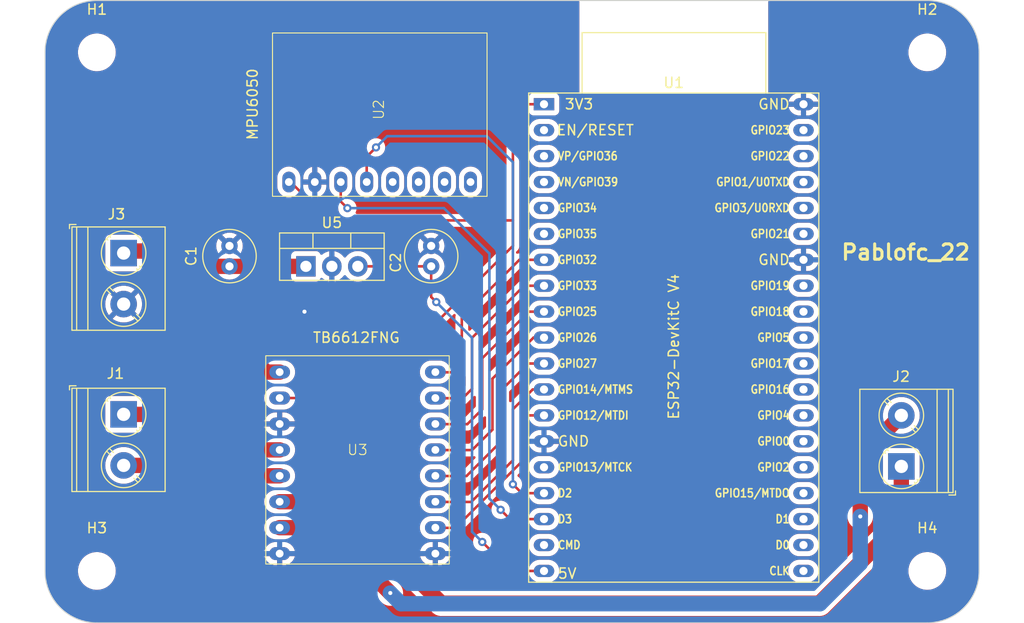
<source format=kicad_pcb>
(kicad_pcb (version 20221018) (generator pcbnew)
  (layers (0 "F.Cu" signal) (31 "B.Cu" signal) (34 "B.Paste" user) (35 "F.Paste" user) (36 "B.SilkS" user "B.Silkscreen") (37 "F.SilkS" user "F.Silkscreen") (38 "B.Mask" user) (39 "F.Mask" user) (44 "Edge.Cuts" user))
  (net 0 "")
  (net 1 "+6V")
  (net 2 "GND")
  (net 3 "Net-(U1-5V)")
  (net 4 "Net-(J1-Pin_1)")
  (net 5 "Net-(J1-Pin_2)")
  (net 6 "Net-(J2-Pin_1)")
  (net 7 "Net-(J2-Pin_2)")
  (net 8 "Net-(U1-3V3)")
  (net 14 "Net-(U1-32)")
  (net 15 "Net-(U1-33)")
  (net 16 "Net-(U1-25)")
  (net 17 "Net-(U1-26)")
  (net 18 "Net-(U1-27)")
  (net 19 "Net-(U1-14)")
  (net 20 "Net-(U1-12)")
  (net 22 "Net-(U1-D2)")
  (net 23 "Net-(U1-D3)")
  (footprint "Package_TO_SOT_THT:TO-220-3_Vertical" (layer "F.Cu") (at 101.74 87)
    (fp_text reference "U5" (at 2.54 -4.27) (layer "F.SilkS"))
    (fp_text value "L7805")
    (fp_line (start -2.58 -3.27) (end -2.58 1.371) (stroke (width 0.12)) (layer "F.SilkS"))
    (fp_line (start -2.58 -3.27) (end 7.66 -3.27) (stroke (width 0.12)) (layer "F.SilkS"))
    (fp_line (start -2.58 -1.76) (end 7.66 -1.76) (stroke (width 0.12)) (layer "F.SilkS"))
    (fp_line (start -2.58 1.371) (end 7.66 1.371) (stroke (width 0.12)) (layer "F.SilkS"))
    (fp_line (start 0.69 -3.27) (end 0.69 -1.76) (stroke (width 0.12)) (layer "F.SilkS"))
    (fp_line (start 4.391 -3.27) (end 4.391 -1.76) (stroke (width 0.12)) (layer "F.SilkS"))
    (fp_line (start 7.66 -3.27) (end 7.66 1.371) (stroke (width 0.12)) (layer "F.SilkS"))
    (pad "1" thru_hole rect (at 0 0) (size 1.905 2) (drill 1.1) (layers "*.Cu" "*.Mask") (net 1 "+6V"))
    (pad "2" thru_hole oval (at 2.54 0) (size 1.905 2) (drill 1.1) (layers "*.Cu" "*.Mask") (net 2 "GND"))
    (pad "3" thru_hole oval (at 5.08 0) (size 1.905 2) (drill 1.1) (layers "*.Cu" "*.Mask") (net 3 "Net-(U1-5V)"))
  )
  (footprint "MountingHole:MountingHole_3.2mm_M3" (layer "F.Cu") (at 162.56 116.84)
    (fp_text reference "H4" (at 0 -4.2) (layer "F.SilkS"))
    (fp_text value "MountingHole_3.2mm_M3")
    (pad "" np_thru_hole circle (at 0 0) (size 3.2 3.2) (drill 3.2) (layers "F&B.Cu" "*.Mask"))
  )
  (footprint "TerminalBlock_Phoenix:TerminalBlock_Phoenix_PT-1,5-2-5.0-H_1x02_P5.00mm_Horizontal" (layer "F.Cu") (at 83.9 85.7 -90)
    (fp_text reference "J3" (at -3.8 0.7 -180) (layer "F.SilkS"))
    (fp_text value "TerminalBlock_Phoenix_PT-1,5-2-5.0-H_1x02_P5.00mm_Horizontal")
    (fp_line (start -2.8 4.66) (end -2.8 5.3) (stroke (width 0.12)) (layer "F.SilkS"))
    (fp_line (start -2.8 5.3) (end -2.4 5.3) (stroke (width 0.12)) (layer "F.SilkS"))
    (fp_line (start -2.56 -4.06) (end -2.56 5.06) (stroke (width 0.12)) (layer "F.SilkS"))
    (fp_line (start -2.56 -4.06) (end 7.56 -4.06) (stroke (width 0.12)) (layer "F.SilkS"))
    (fp_line (start -2.56 3.5) (end 7.56 3.5) (stroke (width 0.12)) (layer "F.SilkS"))
    (fp_line (start -2.56 4.6) (end 7.56 4.6) (stroke (width 0.12)) (layer "F.SilkS"))
    (fp_line (start -2.56 5.06) (end 7.56 5.06) (stroke (width 0.12)) (layer "F.SilkS"))
    (fp_line (start -1.548 1.281) (end -1.654 1.388) (stroke (width 0.12)) (layer "F.SilkS"))
    (fp_line (start -1.282 1.547) (end -1.388 1.654) (stroke (width 0.12)) (layer "F.SilkS"))
    (fp_line (start 1.388 -1.654) (end 1.281 -1.547) (stroke (width 0.12)) (layer "F.SilkS"))
    (fp_line (start 1.654 -1.388) (end 1.547 -1.281) (stroke (width 0.12)) (layer "F.SilkS"))
    (fp_line (start 3.742 0.992) (end 3.347 1.388) (stroke (width 0.12)) (layer "F.SilkS"))
    (fp_line (start 3.993 1.274) (end 3.613 1.654) (stroke (width 0.12)) (layer "F.SilkS"))
    (fp_line (start 6.388 -1.654) (end 6.008 -1.274) (stroke (width 0.12)) (layer "F.SilkS"))
    (fp_line (start 6.654 -1.388) (end 6.259 -0.992) (stroke (width 0.12)) (layer "F.SilkS"))
    (fp_line (start 7.56 -4.06) (end 7.56 5.06) (stroke (width 0.12)) (layer "F.SilkS"))
    (fp_circle (center 0 0) (end 2.18 0) (stroke (width 0.12)) (fill none) (layer "F.SilkS"))
    (fp_circle (center 5 0) (end 7.18 0) (stroke (width 0.12)) (fill none) (layer "F.SilkS"))
    (pad "1" thru_hole rect (at 0 0 270) (size 2.6 2.6) (drill 1.3) (layers "*.Cu" "*.Mask") (net 1 "+6V"))
    (pad "2" thru_hole circle (at 5 0 270) (size 2.6 2.6) (drill 1.3) (layers "*.Cu" "*.Mask") (net 2 "GND"))
  )
  (footprint "TerminalBlock_Phoenix:TerminalBlock_Phoenix_PT-1,5-2-5.0-H_1x02_P5.00mm_Horizontal" (layer "F.Cu") (at 160.02 106.6 90)
    (fp_text reference "J2" (at 8.8 -0.02 180) (layer "F.SilkS"))
    (fp_text value "Conn_01x02")
    (fp_line (start -2.8 4.66) (end -2.8 5.3) (stroke (width 0.12)) (layer "F.SilkS"))
    (fp_line (start -2.8 5.3) (end -2.4 5.3) (stroke (width 0.12)) (layer "F.SilkS"))
    (fp_line (start -2.56 -4.06) (end -2.56 5.06) (stroke (width 0.12)) (layer "F.SilkS"))
    (fp_line (start -2.56 -4.06) (end 7.56 -4.06) (stroke (width 0.12)) (layer "F.SilkS"))
    (fp_line (start -2.56 3.5) (end 7.56 3.5) (stroke (width 0.12)) (layer "F.SilkS"))
    (fp_line (start -2.56 4.6) (end 7.56 4.6) (stroke (width 0.12)) (layer "F.SilkS"))
    (fp_line (start -2.56 5.06) (end 7.56 5.06) (stroke (width 0.12)) (layer "F.SilkS"))
    (fp_line (start -1.548 1.281) (end -1.654 1.388) (stroke (width 0.12)) (layer "F.SilkS"))
    (fp_line (start -1.282 1.547) (end -1.388 1.654) (stroke (width 0.12)) (layer "F.SilkS"))
    (fp_line (start 1.388 -1.654) (end 1.281 -1.547) (stroke (width 0.12)) (layer "F.SilkS"))
    (fp_line (start 1.654 -1.388) (end 1.547 -1.281) (stroke (width 0.12)) (layer "F.SilkS"))
    (fp_line (start 3.742 0.992) (end 3.347 1.388) (stroke (width 0.12)) (layer "F.SilkS"))
    (fp_line (start 3.993 1.274) (end 3.613 1.654) (stroke (width 0.12)) (layer "F.SilkS"))
    (fp_line (start 6.388 -1.654) (end 6.008 -1.274) (stroke (width 0.12)) (layer "F.SilkS"))
    (fp_line (start 6.654 -1.388) (end 6.259 -0.992) (stroke (width 0.12)) (layer "F.SilkS"))
    (fp_line (start 7.56 -4.06) (end 7.56 5.06) (stroke (width 0.12)) (layer "F.SilkS"))
    (fp_circle (center 0 0) (end 2.18 0) (stroke (width 0.12)) (fill none) (layer "F.SilkS"))
    (fp_circle (center 5 0) (end 7.18 0) (stroke (width 0.12)) (fill none) (layer "F.SilkS"))
    (pad "1" thru_hole rect (at 0 0 90) (size 2.6 2.6) (drill 1.3) (layers "*.Cu" "*.Mask") (net 6 "Net-(J2-Pin_1)"))
    (pad "2" thru_hole circle (at 5 0 90) (size 2.6 2.6) (drill 1.3) (layers "*.Cu" "*.Mask") (net 7 "Net-(J2-Pin_2)"))
  )
  (footprint "pendulo_invertido:MPU6050" (layer "F.Cu") (at 100.07 78.74 90)
    (fp_text reference "U2" (at 7.1 8.8 90 unlocked) (layer "F.SilkS") (effects (font (thickness 0.1))))
    (fp_text value "MPU6050" (at 7.62 -3.55 90 unlocked) (layer "F.SilkS"))
    (fp_rect (start -1.4 -1.6) (end 14.6 19.4) (stroke (width 0.1)) (fill none) (layer "F.SilkS"))
    (pad "1" thru_hole oval (at 0 0 90) (size 2.032 1.27) (drill 0.762) (layers "*.Cu" "*.Mask") (net 8 "Net-(U1-3V3)"))
    (pad "2" thru_hole oval (at 0 2.54 90) (size 2.032 1.27) (drill 0.762) (layers "*.Cu" "*.Mask") (net 2 "GND"))
    (pad "3" thru_hole oval (at 0 5.08 90) (size 2.032 1.27) (drill 0.762) (layers "*.Cu" "*.Mask") (net 23 "Net-(U1-D3)"))
    (pad "4" thru_hole oval (at 0 7.62 90) (size 2.032 1.27) (drill 0.762) (layers "*.Cu" "*.Mask") (net 22 "Net-(U1-D2)"))
    (pad "5" thru_hole oval (at 0 10.16 90) (size 2.032 1.27) (drill 0.762) (layers "*.Cu" "*.Mask"))
    (pad "6" thru_hole oval (at 0 12.7 90) (size 2.032 1.27) (drill 0.762) (layers "*.Cu" "*.Mask"))
    (pad "7" thru_hole oval (at 0 15.24 90) (size 2.032 1.27) (drill 0.762) (layers "*.Cu" "*.Mask"))
    (pad "8" thru_hole oval (at 0 17.78 90) (size 2.032 1.27) (drill 0.762) (layers "*.Cu" "*.Mask"))
  )
  (footprint "pendulo_invertido:TB6612FNG" (layer "F.Cu") (at 99.17 97.36)
    (fp_text reference "U3" (at 7.62 7.62 unlocked) (layer "F.SilkS") (effects (font (thickness 0.1))))
    (fp_text value "TB6612FNG" (at 7.51 -3.38 unlocked) (layer "F.SilkS"))
    (fp_rect (start -1.36 -1.6) (end 16.6 18.8) (stroke (width 0.1)) (fill none) (layer "F.SilkS"))
    (pad "1" thru_hole oval (at 0 0) (size 2.032 1.27) (drill 0.762) (layers "*.Cu" "*.Mask") (net 1 "+6V"))
    (pad "2" thru_hole oval (at 0 2.54) (size 2.032 1.27) (drill 0.762) (layers "*.Cu" "*.Mask") (net 8 "Net-(U1-3V3)"))
    (pad "3" thru_hole oval (at 0 5.08) (size 2.032 1.27) (drill 0.762) (layers "*.Cu" "*.Mask") (net 2 "GND"))
    (pad "4" thru_hole oval (at 0 7.62) (size 2.032 1.27) (drill 0.762) (layers "*.Cu" "*.Mask") (net 4 "Net-(J1-Pin_1)"))
    (pad "5" thru_hole oval (at 0 10.16) (size 2.032 1.27) (drill 0.762) (layers "*.Cu" "*.Mask") (net 5 "Net-(J1-Pin_2)"))
    (pad "6" thru_hole oval (at 0 12.7) (size 2.032 1.27) (drill 0.762) (layers "*.Cu" "*.Mask") (net 6 "Net-(J2-Pin_1)"))
    (pad "7" thru_hole oval (at 0 15.24) (size 2.032 1.27) (drill 0.762) (layers "*.Cu" "*.Mask") (net 7 "Net-(J2-Pin_2)"))
    (pad "8" thru_hole oval (at 0 17.78) (size 2.032 1.27) (drill 0.762) (layers "*.Cu" "*.Mask") (net 2 "GND"))
    (pad "9" thru_hole oval (at 15.24 17.78) (size 2.032 1.27) (drill 0.762) (layers "*.Cu" "*.Mask") (net 2 "GND"))
    (pad "10" thru_hole oval (at 15.24 15.24) (size 2.032 1.27) (drill 0.762) (layers "*.Cu" "*.Mask") (net 20 "Net-(U1-12)"))
    (pad "11" thru_hole oval (at 15.24 12.7) (size 2.032 1.27) (drill 0.762) (layers "*.Cu" "*.Mask") (net 19 "Net-(U1-14)"))
    (pad "12" thru_hole oval (at 15.24 10.16) (size 2.032 1.27) (drill 0.762) (layers "*.Cu" "*.Mask") (net 18 "Net-(U1-27)"))
    (pad "13" thru_hole oval (at 15.24 7.62) (size 2.032 1.27) (drill 0.762) (layers "*.Cu" "*.Mask") (net 17 "Net-(U1-26)"))
    (pad "14" thru_hole oval (at 15.24 5.08) (size 2.032 1.27) (drill 0.762) (layers "*.Cu" "*.Mask") (net 16 "Net-(U1-25)"))
    (pad "15" thru_hole oval (at 15.24 2.54) (size 2.032 1.27) (drill 0.762) (layers "*.Cu" "*.Mask") (net 15 "Net-(U1-33)"))
    (pad "16" thru_hole oval (at 15.24 0) (size 2.032 1.27) (drill 0.762) (layers "*.Cu" "*.Mask") (net 14 "Net-(U1-32)"))
  )
  (footprint "MountingHole:MountingHole_3.2mm_M3" (layer "F.Cu") (at 81.28 66.04)
    (fp_text reference "H1" (at 0 -4.2) (layer "F.SilkS"))
    (fp_text value "MountingHole_3.2mm_M3")
    (pad "" np_thru_hole circle (at 0 0) (size 3.2 3.2) (drill 3.2) (layers "*.Cu" "*.Mask"))
  )
  (footprint "TerminalBlock_Phoenix:TerminalBlock_Phoenix_PT-1,5-2-5.0-H_1x02_P5.00mm_Horizontal" (layer "F.Cu") (at 83.9 101.5 -90)
    (fp_text reference "J1" (at -4 0.8 -180) (layer "F.SilkS"))
    (fp_text value "Conn_01x02")
    (fp_line (start -2.8 4.66) (end -2.8 5.3) (stroke (width 0.12)) (layer "F.SilkS"))
    (fp_line (start -2.8 5.3) (end -2.4 5.3) (stroke (width 0.12)) (layer "F.SilkS"))
    (fp_line (start -2.56 -4.06) (end -2.56 5.06) (stroke (width 0.12)) (layer "F.SilkS"))
    (fp_line (start -2.56 -4.06) (end 7.56 -4.06) (stroke (width 0.12)) (layer "F.SilkS"))
    (fp_line (start -2.56 3.5) (end 7.56 3.5) (stroke (width 0.12)) (layer "F.SilkS"))
    (fp_line (start -2.56 4.6) (end 7.56 4.6) (stroke (width 0.12)) (layer "F.SilkS"))
    (fp_line (start -2.56 5.06) (end 7.56 5.06) (stroke (width 0.12)) (layer "F.SilkS"))
    (fp_line (start -1.548 1.281) (end -1.654 1.388) (stroke (width 0.12)) (layer "F.SilkS"))
    (fp_line (start -1.282 1.547) (end -1.388 1.654) (stroke (width 0.12)) (layer "F.SilkS"))
    (fp_line (start 1.388 -1.654) (end 1.281 -1.547) (stroke (width 0.12)) (layer "F.SilkS"))
    (fp_line (start 1.654 -1.388) (end 1.547 -1.281) (stroke (width 0.12)) (layer "F.SilkS"))
    (fp_line (start 3.742 0.992) (end 3.347 1.388) (stroke (width 0.12)) (layer "F.SilkS"))
    (fp_line (start 3.993 1.274) (end 3.613 1.654) (stroke (width 0.12)) (layer "F.SilkS"))
    (fp_line (start 6.388 -1.654) (end 6.008 -1.274) (stroke (width 0.12)) (layer "F.SilkS"))
    (fp_line (start 6.654 -1.388) (end 6.259 -0.992) (stroke (width 0.12)) (layer "F.SilkS"))
    (fp_line (start 7.56 -4.06) (end 7.56 5.06) (stroke (width 0.12)) (layer "F.SilkS"))
    (fp_circle (center 0 0) (end 2.18 0) (stroke (width 0.12)) (fill none) (layer "F.SilkS"))
    (fp_circle (center 5 0) (end 7.18 0) (stroke (width 0.12)) (fill none) (layer "F.SilkS"))
    (pad "1" thru_hole rect (at 0 0 270) (size 2.6 2.6) (drill 1.3) (layers "*.Cu" "*.Mask") (net 4 "Net-(J1-Pin_1)"))
    (pad "2" thru_hole circle (at 5 0 270) (size 2.6 2.6) (drill 1.3) (layers "*.Cu" "*.Mask") (net 5 "Net-(J1-Pin_2)"))
  )
  (footprint "MountingHole:MountingHole_3.2mm_M3" (layer "F.Cu") (at 81.28 116.84)
    (fp_text reference "H3" (at 0 -4.2) (layer "F.SilkS"))
    (fp_text value "MountingHole_3.2mm_M3")
    (pad "" np_thru_hole circle (at 0 0) (size 3.2 3.2) (drill 3.2) (layers "F&B.Cu" "*.Mask"))
  )
  (footprint "MountingHole:MountingHole_3.2mm_M3" (layer "F.Cu") (at 162.56 66.04)
    (fp_text reference "H2" (at 0 -4.2) (layer "F.SilkS"))
    (fp_text value "MountingHole_3.2mm_M3")
    (pad "" np_thru_hole circle (at 0 0) (size 3.2 3.2) (drill 3.2) (layers "F&B.Cu" "*.Mask"))
  )
  (footprint "Capacitor_THT:C_Radial_D5.0mm_H11.0mm_P2.00mm" (layer "F.Cu") (at 114 87 90)
    (fp_text reference "C2" (at 0.36 -3.47 90) (layer "F.SilkS"))
    (fp_text value "0.1 uF")
    (fp_circle (center 1 0) (end 3.62 0) (stroke (width 0.12)) (fill none) (layer "F.SilkS"))
    (pad "1" thru_hole circle (at 0 0 90) (size 1.6 1.6) (drill 0.8) (layers "*.Cu" "*.Mask") (net 3 "Net-(U1-5V)"))
    (pad "2" thru_hole circle (at 2 0 90) (size 1.6 1.6) (drill 0.8) (layers "*.Cu" "*.Mask") (net 2 "GND"))
  )
  (footprint "PCM_Espressif:ESP32-DevKitC" (layer "F.Cu") (at 125.0442 71.12)
    (fp_text reference "U1" (at 12.7 -2.1) (layer "F.SilkS"))
    (fp_text value " ESP32-DevKitC V4" (at 12.7 24.13 90) (layer "F.SilkS"))
    (fp_text user "3V3" (at 1.9558 0 unlocked) (layer "F.SilkS") (effects (justify left)))
    (fp_text user "CMD" (at 1.27 43.18 unlocked) (layer "F.SilkS") (effects (font (size 0.8 0.7)) (justify left)))
    (fp_text user "GPIO27" (at 1.27 25.4 unlocked) (layer "F.SilkS") (effects (font (size 0.8 0.7)) (justify left)))
    (fp_text user "D3" (at 1.27 40.64 unlocked) (layer "F.SilkS") (effects (font (size 0.8 0.7)) (justify left)))
    (fp_text user "CLK" (at 24.13 45.72 unlocked) (layer "F.SilkS") (effects (font (size 0.8 0.7)) (justify right)))
    (fp_text user "D0" (at 24.13 43.18 unlocked) (layer "F.SilkS") (effects (font (size 0.8 0.7)) (justify right)))
    (fp_text user "VP/GPIO36" (at 1.27 5.08 unlocked) (layer "F.SilkS") (effects (font (size 0.8 0.7)) (justify left)))
    (fp_text user "EN/RESET" (at 8.88632 2.53728 unlocked) (layer "F.SilkS") (effects (justify right)))
    (fp_text user "GPIO0" (at 24.13 33.02 unlocked) (layer "F.SilkS") (effects (font (size 0.8 0.7)) (justify right)))
    (fp_text user "GND" (at 24.13 0 unlocked) (layer "F.SilkS") (effects (justify right)))
    (fp_text user "GPIO32" (at 1.27 15.24 unlocked) (layer "F.SilkS") (effects (font (size 0.8 0.7)) (justify left)))
    (fp_text user "GPIO13/MTCK" (at 1.27 35.56 unlocked) (layer "F.SilkS") (effects (font (size 0.8 0.7)) (justify left)))
    (fp_text user "GPIO3/U0RXD" (at 24.13 10.16 unlocked) (layer "F.SilkS") (effects (font (size 0.8 0.7)) (justify right)))
    (fp_text user "GPIO21" (at 24.13 12.7 unlocked) (layer "F.SilkS") (effects (font (size 0.8 0.7)) (justify right)))
    (fp_text user "GPIO2" (at 24.13 35.56 unlocked) (layer "F.SilkS") (effects (font (size 0.8 0.7)) (justify right)))
    (fp_text user "GND" (at 24.13 15.24 unlocked) (layer "F.SilkS") (effects (justify right)))
    (fp_text user "GPIO5" (at 24.13 22.86 unlocked) (layer "F.SilkS") (effects (font (size 0.8 0.7)) (justify right)))
    (fp_text user "GPIO23" (at 24.13 2.54 unlocked) (layer "F.SilkS") (effects (font (size 0.8 0.7)) (justify right)))
    (fp_text user "GPIO22" (at 24.13 5.08 unlocked) (layer "F.SilkS") (effects (font (size 0.8 0.7)) (justify right)))
    (fp_text user "GPIO18" (at 24.13 20.32 unlocked) (layer "F.SilkS") (effects (font (size 0.8 0.7)) (justify right)))
    (fp_text user "5V" (at 1.26632 45.97128 unlocked) (layer "F.SilkS") (effects (justify left)))
    (fp_text user "GPIO15/MTDO" (at 24.13 38.1 unlocked) (layer "F.SilkS") (effects (font (size 0.8 0.7)) (justify right)))
    (fp_text user "GPIO17" (at 24.13 25.4 unlocked) (layer "F.SilkS") (effects (font (size 0.8 0.7)) (justify right)))
    (fp_text user "GND" (at 1.27 33.02 unlocked) (layer "F.SilkS") (effects (justify left)))
    (fp_text user "GPIO4" (at 24.13 30.48 unlocked) (layer "F.SilkS") (effects (font (size 0.8 0.7)) (justify right)))
    (fp_text user "GPIO16" (at 24.13 27.94 unlocked) (layer "F.SilkS") (effects (font (size 0.8 0.7)) (justify right)))
    (fp_text user "GPIO33" (at 1.27 17.78 unlocked) (layer "F.SilkS") (effects (font (size 0.8 0.7)) (justify left)))
    (fp_text user "GPIO35" (at 1.27 12.7 unlocked) (layer "F.SilkS") (effects (font (size 0.8 0.7)) (justify left)))
    (fp_text user "GPIO34" (at 1.27 10.16 unlocked) (layer "F.SilkS") (effects (font (size 0.8 0.7)) (justify left)))
    (fp_text user "GPIO19" (at 24.13 17.78 unlocked) (layer "F.SilkS") (effects (font (size 0.8 0.7)) (justify right)))
    (fp_text user "D2" (at 1.27 38.1 unlocked) (layer "F.SilkS") (effects (font (size 0.8 0.7)) (justify left)))
    (fp_text user "VN/GPIO39" (at 1.27 7.62 unlocked) (layer "F.SilkS") (effects (font (size 0.8 0.7)) (justify left)))
    (fp_text user "GPIO12/MTDI" (at 1.27 30.48 unlocked) (layer "F.SilkS") (effects (font (size 0.8 0.7)) (justify left)))
    (fp_text user "GPIO14/MTMS" (at 1.27 27.94 unlocked) (layer "F.SilkS") (effects (font (size 0.8 0.7)) (justify left)))
    (fp_text user "GPIO25" (at 1.27 20.32 unlocked) (layer "F.SilkS") (effects (font (size 0.8 0.7)) (justify left)))
    (fp_text user "GPIO1/U0TXD" (at 24.13 7.62 unlocked) (layer "F.SilkS") (effects (font (size 0.8 0.7)) (justify right)))
    (fp_text user "GPIO26" (at 1.27 22.86 unlocked) (layer "F.SilkS") (effects (font (size 0.8 0.7)) (justify left)))
    (fp_text user "D1" (at 24.13 40.64 unlocked) (layer "F.SilkS") (effects (font (size 0.8 0.7)) (justify right)))
    (fp_line (start -1.5 46.82) (end 26.899999 46.82) (stroke (width 0.12)) (layer "F.SilkS"))
    (fp_line (start -1.499999 -1.1) (end -1.5 46.82) (stroke (width 0.12)) (layer "F.SilkS"))
    (fp_line (start 3.73012 -7.01312) (end 21.71332 -7.01312) (stroke (width 0.12)) (layer "F.SilkS"))
    (fp_line (start 3.73012 -1.12032) (end 3.73012 -7.01312) (stroke (width 0.12)) (layer "F.SilkS"))
    (fp_line (start 21.71332 -7.01312) (end 21.71332 -1.12032) (stroke (width 0.12)) (layer "F.SilkS"))
    (fp_line (start 26.899999 46.82) (end 26.9 -1.1) (stroke (width 0.12)) (layer "F.SilkS"))
    (fp_line (start 26.9 -1.1) (end -1.499999 -1.1) (stroke (width 0.12)) (layer "F.SilkS"))
    (pad "1" thru_hole rect (at 0 0 270) (size 1.2 2) (drill 0.8) (layers "*.Cu" "*.Mask") (net 8 "Net-(U1-3V3)"))
    (pad "2" thru_hole oval (at 0 2.54 270) (size 1.2 2) (drill 0.8) (layers "*.Cu" "*.Mask"))
    (pad "3" thru_hole oval (at 0 5.08 270) (size 1.2 2) (drill 0.8) (layers "*.Cu" "*.Mask"))
    (pad "4" thru_hole oval (at 0 7.62 270) (size 1.2 2) (drill 0.8) (layers "*.Cu" "*.Mask"))
    (pad "5" thru_hole oval (at 0 10.16 270) (size 1.2 2) (drill 0.8) (layers "*.Cu" "*.Mask"))
    (pad "6" thru_hole oval (at 0 12.7 270) (size 1.2 2) (drill 0.8) (layers "*.Cu" "*.Mask"))
    (pad "7" thru_hole oval (at 0 15.24 270) (size 1.2 2) (drill 0.8) (layers "*.Cu" "*.Mask") (net 14 "Net-(U1-32)"))
    (pad "8" thru_hole oval (at 0 17.78 270) (size 1.2 2) (drill 0.8) (layers "*.Cu" "*.Mask") (net 15 "Net-(U1-33)"))
    (pad "9" thru_hole oval (at 0 20.32 270) (size 1.2 2) (drill 0.8) (layers "*.Cu" "*.Mask") (net 16 "Net-(U1-25)"))
    (pad "10" thru_hole oval (at 0 22.86 270) (size 1.2 2) (drill 0.8) (layers "*.Cu" "*.Mask") (net 17 "Net-(U1-26)"))
    (pad "11" thru_hole oval (at 0 25.4 270) (size 1.2 2) (drill 0.8) (layers "*.Cu" "*.Mask") (net 18 "Net-(U1-27)"))
    (pad "12" thru_hole oval (at 0 27.94 270) (size 1.2 2) (drill 0.8) (layers "*.Cu" "*.Mask") (net 19 "Net-(U1-14)"))
    (pad "13" thru_hole oval (at 0 30.48 270) (size 1.2 2) (drill 0.8) (layers "*.Cu" "*.Mask") (net 20 "Net-(U1-12)"))
    (pad "14" thru_hole oval (at 0 33.02 270) (size 1.2 2) (drill 0.8) (layers "*.Cu" "*.Mask") (net 2 "GND"))
    (pad "15" thru_hole oval (at 0 35.56 270) (size 1.2 2) (drill 0.8) (layers "*.Cu" "*.Mask"))
    (pad "16" thru_hole oval (at 0 38.1 270) (size 1.2 2) (drill 0.8) (layers "*.Cu" "*.Mask") (net 22 "Net-(U1-D2)"))
    (pad "17" thru_hole oval (at 0 40.64 270) (size 1.2 2) (drill 0.8) (layers "*.Cu" "*.Mask") (net 23 "Net-(U1-D3)"))
    (pad "18" thru_hole oval (at 0 43.18 270) (size 1.2 2) (drill 0.8) (layers "*.Cu" "*.Mask"))
    (pad "19" thru_hole oval (at 0 45.72 270) (size 1.2 2) (drill 0.8) (layers "*.Cu" "*.Mask") (net 3 "Net-(U1-5V)"))
    (pad "20" thru_hole oval (at 25.39632 45.71728 270) (size 1.2 2) (drill 0.8) (layers "*.Cu" "*.Mask"))
    (pad "21" thru_hole oval (at 25.39632 43.17728 270) (size 1.2 2) (drill 0.8) (layers "*.Cu" "*.Mask"))
    (pad "22" thru_hole oval (at 25.4 40.64 270) (size 1.2 2) (drill 0.8) (layers "*.Cu" "*.Mask"))
    (pad "23" thru_hole oval (at 25.4 38.1 270) (size 1.2 2) (drill 0.8) (layers "*.Cu" "*.Mask"))
    (pad "24" thru_hole oval (at 25.4 35.56 270) (size 1.2 2) (drill 0.8) (layers "*.Cu" "*.Mask"))
    (pad "25" thru_hole oval (at 25.4 33.02 270) (size 1.2 2) (drill 0.8) (layers "*.Cu" "*.Mask"))
    (pad "26" thru_hole oval (at 25.4 30.48 270) (size 1.2 2) (drill 0.8) (layers "*.Cu" "*.Mask"))
    (pad "27" thru_hole oval (at 25.4 27.94 270) (size 1.2 2) (drill 0.8) (layers "*.Cu" "*.Mask"))
    (pad "28" thru_hole oval (at 25.4 25.4 270) (size 1.2 2) (drill 0.8) (layers "*.Cu" "*.Mask"))
    (pad "29" thru_hole oval (at 25.4 22.86 270) (size 1.2 2) (drill 0.8) (layers "*.Cu" "*.Mask"))
    (pad "30" thru_hole oval (at 25.4 20.32 270) (size 1.2 2) (drill 0.8) (layers "*.Cu" "*.Mask"))
    (pad "31" thru_hole oval (at 25.4 17.78 270) (size 1.2 2) (drill 0.8) (layers "*.Cu" "*.Mask"))
    (pad "32" thru_hole oval (at 25.4 15.24 270) (size 1.2 2) (drill 0.8) (layers "*.Cu" "*.Mask") (net 2 "GND"))
    (pad "33" thru_hole oval (at 25.4 12.7 270) (size 1.2 2) (drill 0.8) (layers "*.Cu" "*.Mask"))
    (pad "34" thru_hole oval (at 25.4 10.16 270) (size 1.2 2) (drill 0.8) (layers "*.Cu" "*.Mask"))
    (pad "35" thru_hole oval (at 25.4 7.62 270) (size 1.2 2) (drill 0.8) (layers "*.Cu" "*.Mask"))
    (pad "36" thru_hole oval (at 25.4 5.08 270) (size 1.2 2) (drill 0.8) (layers "*.Cu" "*.Mask"))
    (pad "37" thru_hole oval (at 25.4 2.54 270) (size 1.2 2) (drill 0.8) (layers "*.Cu" "*.Mask"))
    (pad "38" thru_hole oval (at 25.4 0 270) (size 1.2 2) (drill 0.8) (layers "*.Cu" "*.Mask") (net 2 "GND"))
  )
  (footprint "Capacitor_THT:C_Radial_D5.0mm_H11.0mm_P2.00mm" (layer "F.Cu") (at 94.26 87 90)
    (fp_text reference "C1" (at 1 -3.75 90) (layer "F.SilkS"))
    (fp_text value "0.33 uF")
    (fp_circle (center 1 0) (end 3.62 0) (stroke (width 0.12)) (fill none) (layer "F.SilkS"))
    (pad "1" thru_hole circle (at 0 0 90) (size 1.6 1.6) (drill 0.8) (layers "*.Cu" "*.Mask") (net 1 "+6V"))
    (pad "2" thru_hole circle (at 2 0 90) (size 1.6 1.6) (drill 0.8) (layers "*.Cu" "*.Mask") (net 2 "GND"))
  )
  (gr_line (start 76.2 116.84) (end 76.2 66.04) (stroke (width 0.1)) (layer "Edge.Cuts"))
  (gr_arc (start 167.64 116.84) (mid 166.152102 120.432102) (end 162.56 121.92) (stroke (width 0.1)) (layer "Edge.Cuts"))
  (gr_line (start 81.28 60.96) (end 162.56 60.96) (stroke (width 0.1)) (layer "Edge.Cuts"))
  (gr_arc (start 162.56 60.96) (mid 166.152102 62.447898) (end 167.64 66.04) (stroke (width 0.1)) (layer "Edge.Cuts"))
  (gr_line (start 167.64 66.04) (end 167.64 116.84) (stroke (width 0.1)) (layer "Edge.Cuts"))
  (gr_arc (start 76.2 66.04) (mid 77.687898 62.447898) (end 81.28 60.96) (stroke (width 0.1)) (layer "Edge.Cuts"))
  (gr_line (start 162.56 121.92) (end 81.28 121.92) (stroke (width 0.1)) (layer "Edge.Cuts"))
  (gr_arc (start 81.28 121.92) (mid 77.687898 120.432102) (end 76.2 116.84) (stroke (width 0.1)) (layer "Edge.Cuts"))
  (gr_text "Pablofc_22" (at 154 86.5) (layer "F.SilkS") (effects (font (size 1.5 1.5) (thickness 0.3) bold) (justify left bottom)))
  (segment (start 94.26 87) (end 87.5 87) (width 1.5) (layer "F.Cu") (net 1))
  (segment (start 97.86 97.36) (end 99.17 97.36) (width 1.5) (layer "F.Cu") (net 1))
  (segment (start 94.26 87) (end 101.74 87) (width 1.5) (layer "F.Cu") (net 1))
  (segment (start 86 85.5) (end 97.86 97.36) (width 1.5) (layer "F.Cu") (net 1))
  (segment (start 86 85.5) (end 84.72 85.5) (width 1.5) (layer "F.Cu") (net 1))
  (segment (start 87.5 87) (end 86 85.5) (width 1.5) (layer "F.Cu") (net 1))
  (via (at 101.6 91.44) (size 0.8) (drill 0.4) (layers "F.Cu" "B.Cu") (net 2))
  (segment (start 106.82 87) (end 114 87) (width 0.25) (layer "F.Cu") (net 3))
  (segment (start 119 114) (end 121.84 116.84) (width 0.25) (layer "F.Cu") (net 3))
  (segment (start 114 90) (end 114.5 90.5) (width 0.25) (layer "F.Cu") (net 3))
  (segment (start 114 87.36) (end 114 90) (width 0.25) (layer "F.Cu") (net 3))
  (segment (start 121.84 116.84) (end 125.0442 116.84) (width 0.25) (layer "F.Cu") (net 3))
  (via (at 114.5 90.5) (size 0.8) (drill 0.4) (layers "F.Cu" "B.Cu") (net 3))
  (via (at 119 114) (size 0.8) (drill 0.4) (layers "F.Cu" "B.Cu") (net 3))
  (segment (start 118 113) (end 119 114) (width 0.25) (layer "B.Cu") (net 3))
  (segment (start 118 94) (end 118 113) (width 0.25) (layer "B.Cu") (net 3))
  (segment (start 114.5 90.5) (end 118 94) (width 0.25) (layer "B.Cu") (net 3))
  (segment (start 99.17 104.98) (end 92.224164 104.98) (width 1.5) (layer "F.Cu") (net 4))
  (segment (start 92.224164 104.98) (end 92.184164 105.02) (width 1.5) (layer "F.Cu") (net 4))
  (segment (start 88.664164 101.5) (end 83.9 101.5) (width 1.5) (layer "F.Cu") (net 4))
  (segment (start 92.184164 105.02) (end 88.664164 101.5) (width 1.5) (layer "F.Cu") (net 4))
  (segment (start 91.26 107.56) (end 90.2 106.5) (width 1.5) (layer "F.Cu") (net 5))
  (segment (start 90.2 106.5) (end 83.9 106.5) (width 1.5) (layer "F.Cu") (net 5))
  (segment (start 91.3 107.52) (end 91.26 107.56) (width 1.5) (layer "F.Cu") (net 5))
  (segment (start 99.17 107.52) (end 91.3 107.52) (width 1.5) (layer "F.Cu") (net 5))
  (segment (start 115 120) (end 105.06 110.06) (width 1.5) (layer "F.Cu") (net 6))
  (segment (start 105.06 110.06) (end 99.17 110.06) (width 1.5) (layer "F.Cu") (net 6))
  (segment (start 152 120) (end 115 120) (width 1.5) (layer "F.Cu") (net 6))
  (segment (start 152 120) (end 160.02 111.98) (width 1.5) (layer "F.Cu") (net 6))
  (segment (start 160.02 111.98) (end 160.02 106.6) (width 1.5) (layer "F.Cu") (net 6))
  (segment (start 156 111.5) (end 156 105.62) (width 1.5) (layer "F.Cu") (net 7))
  (segment (start 103.6 112.6) (end 99.17 112.6) (width 1.5) (layer "F.Cu") (net 7))
  (segment (start 156 105.62) (end 160.02 101.6) (width 1.5) (layer "F.Cu") (net 7))
  (segment (start 110 119) (end 103.6 112.6) (width 1.5) (layer "F.Cu") (net 7))
  (via (at 110 119) (size 0.8) (drill 0.4) (layers "F.Cu" "B.Cu") (net 7))
  (via (at 156 111.5) (size 0.8) (drill 0.4) (layers "F.Cu" "B.Cu") (net 7))
  (segment (start 152.05 120.05) (end 111.05 120.05) (width 1.5) (layer "B.Cu") (net 7))
  (segment (start 111.05 120.05) (end 110 119) (width 1.5) (layer "B.Cu") (net 7))
  (segment (start 156 111.5) (end 156 116.1) (width 1.5) (layer "B.Cu") (net 7))
  (segment (start 156 116.1) (end 152.05 120.05) (width 1.5) (layer "B.Cu") (net 7))
  (segment (start 107.02 99.9) (end 99.17 99.9) (width 0.25) (layer "F.Cu") (net 8))
  (segment (start 122 72.12) (end 122 85) (width 0.25) (layer "F.Cu") (net 8))
  (segment (start 123 71.12) (end 122 72.12) (width 0.25) (layer "F.Cu") (net 8))
  (segment (start 107.06 99.94) (end 107.02 99.9) (width 0.25) (layer "F.Cu") (net 8))
  (segment (start 125.0442 71.12) (end 123 71.12) (width 0.25) (layer "F.Cu") (net 8))
  (segment (start 104 82.5) (end 122 82.5) (width 0.25) (layer "F.Cu") (net 8))
  (segment (start 100.1 78.6) (end 104 82.5) (width 0.25) (layer "F.Cu") (net 8))
  (segment (start 122 85) (end 107.06 99.94) (width 0.25) (layer "F.Cu") (net 8))
  (segment (start 116.62 97.38) (end 117 97) (width 0.25) (layer "F.Cu") (net 14))
  (segment (start 114.3 97.38) (end 116.62 97.38) (width 0.25) (layer "F.Cu") (net 14))
  (segment (start 117 92) (end 122.64 86.36) (width 0.25) (layer "F.Cu") (net 14))
  (segment (start 122.64 86.36) (end 125.0442 86.36) (width 0.25) (layer "F.Cu") (net 14))
  (segment (start 117 97) (end 117 92) (width 0.25) (layer "F.Cu") (net 14))
  (segment (start 125.0442 88.9) (end 123.1 88.9) (width 0.25) (layer "F.Cu") (net 15))
  (segment (start 117.08 99.92) (end 114.3 99.92) (width 0.25) (layer "F.Cu") (net 15))
  (segment (start 118 99) (end 117.08 99.92) (width 0.25) (layer "F.Cu") (net 15))
  (segment (start 123.1 88.9) (end 118 94) (width 0.25) (layer "F.Cu") (net 15))
  (segment (start 118 94) (end 118 99) (width 0.25) (layer "F.Cu") (net 15))
  (segment (start 117.54 102.46) (end 119 101) (width 0.25) (layer "F.Cu") (net 16))
  (segment (start 119 101) (end 119 97) (width 0.25) (layer "F.Cu") (net 16))
  (segment (start 119 96) (end 119 97) (width 0.25) (layer "F.Cu") (net 16))
  (segment (start 125.0442 91.44) (end 123.56 91.44) (width 0.25) (layer "F.Cu") (net 16))
  (segment (start 114.3 102.46) (end 117.54 102.46) (width 0.25) (layer "F.Cu") (net 16))
  (segment (start 123.56 91.44) (end 119 96) (width 0.25) (layer "F.Cu") (net 16))
  (segment (start 124.02 93.98) (end 125.0442 93.98) (width 0.25) (layer "F.Cu") (net 17))
  (segment (start 114.3 105) (end 118 105) (width 0.25) (layer "F.Cu") (net 17))
  (segment (start 118 105) (end 120 103) (width 0.25) (layer "F.Cu") (net 17))
  (segment (start 120 98) (end 124.02 93.98) (width 0.25) (layer "F.Cu") (net 17))
  (segment (start 120 103) (end 120 98) (width 0.25) (layer "F.Cu") (net 17))
  (segment (start 123.48 96.52) (end 121 99) (width 0.25) (layer "F.Cu") (net 18))
  (segment (start 125.0442 96.52) (end 123.48 96.52) (width 0.25) (layer "F.Cu") (net 18))
  (segment (start 121 104) (end 117.46 107.54) (width 0.25) (layer "F.Cu") (net 18))
  (segment (start 121 99) (end 121 104) (width 0.25) (layer "F.Cu") (net 18))
  (segment (start 117.46 107.54) (end 114.3 107.54) (width 0.25) (layer "F.Cu") (net 18))
  (segment (start 114.3 110.08) (end 117.92 110.08) (width 0.25) (layer "F.Cu") (net 19))
  (segment (start 122 106) (end 122 101) (width 0.25) (layer "F.Cu") (net 19))
  (segment (start 122 101) (end 123.94 99.06) (width 0.25) (layer "F.Cu") (net 19))
  (segment (start 117.92 110.08) (end 122 106) (width 0.25) (layer "F.Cu") (net 19))
  (segment (start 123.94 99.06) (end 125.0442 99.06) (width 0.25) (layer "F.Cu") (net 19))
  (segment (start 123.4 101.6) (end 123 102) (width 0.25) (layer "F.Cu") (net 20))
  (segment (start 123 102) (end 123 106) (width 0.25) (layer "F.Cu") (net 20))
  (segment (start 116.38 112.62) (end 114.3 112.62) (width 0.25) (layer "F.Cu") (net 20))
  (segment (start 123 106) (end 116.38 112.62) (width 0.25) (layer "F.Cu") (net 20))
  (segment (start 125.0442 101.6) (end 123.4 101.6) (width 0.25) (layer "F.Cu") (net 20))
  (segment (start 125.0442 109.22) (end 122.87 109.22) (width 0.25) (layer "F.Cu") (net 22))
  (segment (start 108.6 75.35) (end 107.69 76.26) (width 0.25) (layer "F.Cu") (net 22))
  (segment (start 107.69 76.26) (end 107.69 78.74) (width 0.25) (layer "F.Cu") (net 22))
  (segment (start 122.87 109.22) (end 122 108.35) (width 0.25) (layer "F.Cu") (net 22))
  (via (at 108.6 75.35) (size 0.8) (drill 0.4) (layers "F.Cu" "B.Cu") (net 22))
  (via (at 122 108.35) (size 0.8) (drill 0.4) (layers "F.Cu" "B.Cu") (net 22))
  (segment (start 122 108.35) (end 122 76.8) (width 0.25) (layer "B.Cu") (net 22))
  (segment (start 119.45 74.25) (end 109.7 74.25) (width 0.25) (layer "B.Cu") (net 22))
  (segment (start 122 76.8) (end 119.45 74.25) (width 0.25) (layer "B.Cu") (net 22))
  (segment (start 109.7 74.25) (end 108.6 75.35) (width 0.25) (layer "B.Cu") (net 22))
  (segment (start 121.71 111.76) (end 120.8 110.85) (width 0.25) (layer "F.Cu") (net 23))
  (segment (start 125.0442 111.76) (end 121.71 111.76) (width 0.25) (layer "F.Cu") (net 23))
  (segment (start 105.8 81.3) (end 105.15 80.65) (width 0.25) (layer "F.Cu") (net 23))
  (segment (start 105.15 80.65) (end 105.15 78.74) (width 0.25) (layer "F.Cu") (net 23))
  (via (at 105.8 81.3) (size 0.8) (drill 0.4) (layers "F.Cu" "B.Cu") (net 23))
  (via (at 120.8 110.85) (size 0.8) (drill 0.4) (layers "F.Cu" "B.Cu") (net 23))
  (segment (start 119.7 85.75) (end 115.25 81.3) (width 0.25) (layer "B.Cu") (net 23))
  (segment (start 119.7 109.75) (end 119.7 85.75) (width 0.25) (layer "B.Cu") (net 23))
  (segment (start 120.8 110.85) (end 119.7 109.75) (width 0.25) (layer "B.Cu") (net 23))
  (segment (start 115.25 81.3) (end 105.8 81.3) (width 0.25) (layer "B.Cu") (net 23))
  (zone (net 2) (net_name "GND") (layer "F.Cu") (connect_pads (clearance 0.5)) (min_thickness 0.25) (fill yes (thermal_gap 0.5) (thermal_bridge_width 0.5))
    (polygon (pts (xy 76.2 60.92) (xy 167.64 60.92) (xy 167.64 121.92) (xy 76.2 121.92)))
  )
  (zone (net 0) (net_name "") (layers "F&B.Cu") (connect_pads (clearance 0)) (min_thickness 0.25)
    (keepout (tracks not_allowed) (vias not_allowed) (pads not_allowed) (copperpour not_allowed) (footprints not_allowed))
    (fill (thermal_gap 0.5) (thermal_bridge_width 0.5))
    (polygon (pts (xy 128.5 70) (xy 147 70) (xy 147 61) (xy 128.5 61)))
  )
  (zone (net 2) (net_name "GND") (layer "B.Cu") (priority 1) (connect_pads (clearance 0.5)) (min_thickness 0.25) (fill yes (thermal_gap 0.5) (thermal_bridge_width 0.5))
    (polygon (pts (xy 76.2 60.92) (xy 167.64 60.92) (xy 167.64 121.92) (xy 76.2 121.92)))
  )
)
</source>
